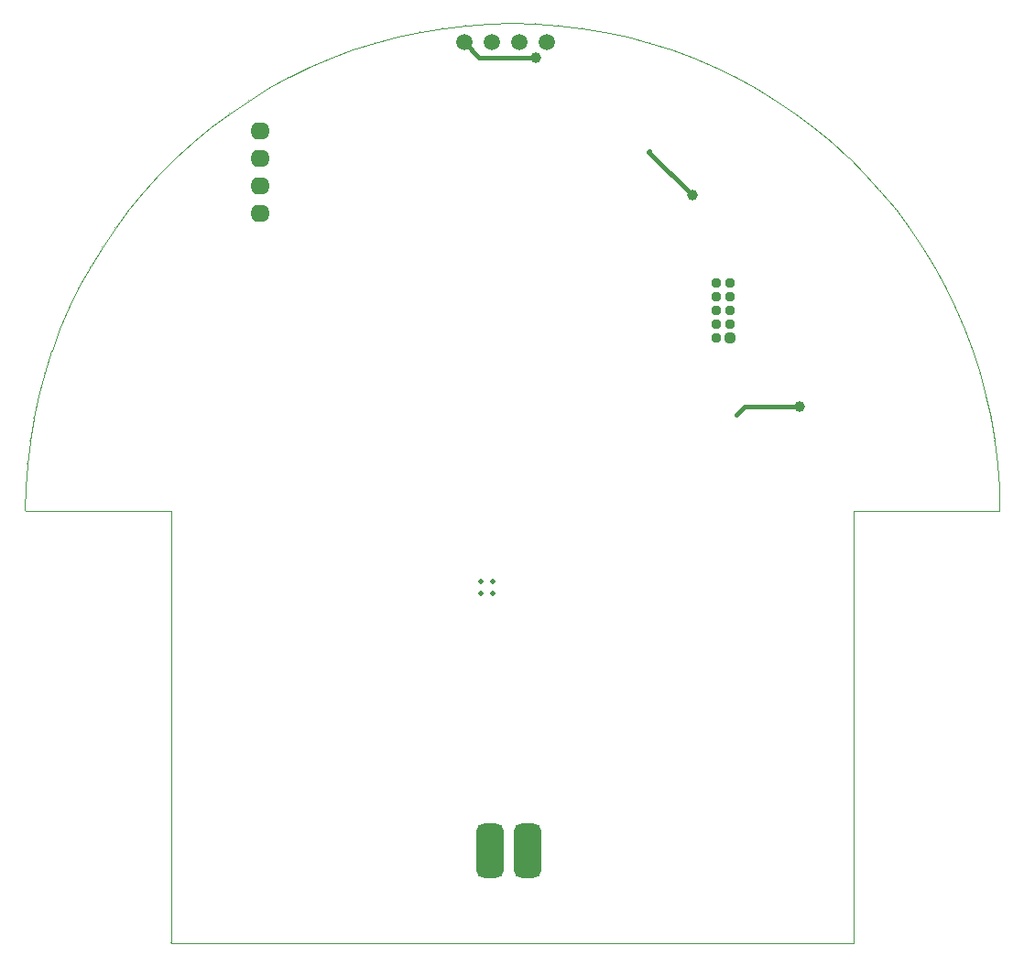
<source format=gbl>
%FSLAX25Y25*%
%MOIN*%
G70*
G01*
G75*
G04 Layer_Physical_Order=2*
G04 Layer_Color=16711680*
%ADD10R,0.03189X0.06299*%
%ADD11R,0.08268X0.11811*%
G04:AMPARAMS|DCode=12|XSize=98.43mil|YSize=196.85mil|CornerRadius=24.61mil|HoleSize=0mil|Usage=FLASHONLY|Rotation=180.000|XOffset=0mil|YOffset=0mil|HoleType=Round|Shape=RoundedRectangle|*
%AMROUNDEDRECTD12*
21,1,0.09843,0.14764,0,0,180.0*
21,1,0.04921,0.19685,0,0,180.0*
1,1,0.04921,-0.02461,0.07382*
1,1,0.04921,0.02461,0.07382*
1,1,0.04921,0.02461,-0.07382*
1,1,0.04921,-0.02461,-0.07382*
%
%ADD12ROUNDEDRECTD12*%
%ADD13C,0.05906*%
%ADD14R,0.07087X0.07087*%
%ADD15O,0.00984X0.03543*%
%ADD16O,0.03543X0.00984*%
G04:AMPARAMS|DCode=17|XSize=11.81mil|YSize=47.24mil|CornerRadius=2.95mil|HoleSize=0mil|Usage=FLASHONLY|Rotation=180.000|XOffset=0mil|YOffset=0mil|HoleType=Round|Shape=RoundedRectangle|*
%AMROUNDEDRECTD17*
21,1,0.01181,0.04134,0,0,180.0*
21,1,0.00591,0.04724,0,0,180.0*
1,1,0.00591,-0.00295,0.02067*
1,1,0.00591,0.00295,0.02067*
1,1,0.00591,0.00295,-0.02067*
1,1,0.00591,-0.00295,-0.02067*
%
%ADD17ROUNDEDRECTD17*%
G04:AMPARAMS|DCode=18|XSize=11.81mil|YSize=47.24mil|CornerRadius=2.95mil|HoleSize=0mil|Usage=FLASHONLY|Rotation=90.000|XOffset=0mil|YOffset=0mil|HoleType=Round|Shape=RoundedRectangle|*
%AMROUNDEDRECTD18*
21,1,0.01181,0.04134,0,0,90.0*
21,1,0.00591,0.04724,0,0,90.0*
1,1,0.00591,0.02067,0.00295*
1,1,0.00591,0.02067,-0.00295*
1,1,0.00591,-0.02067,-0.00295*
1,1,0.00591,-0.02067,0.00295*
%
%ADD18ROUNDEDRECTD18*%
G04:AMPARAMS|DCode=19|XSize=41.34mil|YSize=47.24mil|CornerRadius=10.34mil|HoleSize=0mil|Usage=FLASHONLY|Rotation=180.000|XOffset=0mil|YOffset=0mil|HoleType=Round|Shape=RoundedRectangle|*
%AMROUNDEDRECTD19*
21,1,0.04134,0.02658,0,0,180.0*
21,1,0.02067,0.04724,0,0,180.0*
1,1,0.02067,-0.01034,0.01329*
1,1,0.02067,0.01034,0.01329*
1,1,0.02067,0.01034,-0.01329*
1,1,0.02067,-0.01034,-0.01329*
%
%ADD19ROUNDEDRECTD19*%
G04:AMPARAMS|DCode=20|XSize=41.34mil|YSize=47.24mil|CornerRadius=10.34mil|HoleSize=0mil|Usage=FLASHONLY|Rotation=270.000|XOffset=0mil|YOffset=0mil|HoleType=Round|Shape=RoundedRectangle|*
%AMROUNDEDRECTD20*
21,1,0.04134,0.02658,0,0,270.0*
21,1,0.02067,0.04724,0,0,270.0*
1,1,0.02067,-0.01329,-0.01034*
1,1,0.02067,-0.01329,0.01034*
1,1,0.02067,0.01329,0.01034*
1,1,0.02067,0.01329,-0.01034*
%
%ADD20ROUNDEDRECTD20*%
G04:AMPARAMS|DCode=21|XSize=21.65mil|YSize=39.37mil|CornerRadius=5.41mil|HoleSize=0mil|Usage=FLASHONLY|Rotation=270.000|XOffset=0mil|YOffset=0mil|HoleType=Round|Shape=RoundedRectangle|*
%AMROUNDEDRECTD21*
21,1,0.02165,0.02854,0,0,270.0*
21,1,0.01083,0.03937,0,0,270.0*
1,1,0.01083,-0.01427,-0.00541*
1,1,0.01083,-0.01427,0.00541*
1,1,0.01083,0.01427,0.00541*
1,1,0.01083,0.01427,-0.00541*
%
%ADD21ROUNDEDRECTD21*%
%ADD22C,0.01575*%
%ADD23C,0.00787*%
%ADD24C,0.00394*%
%ADD25C,0.00394*%
%ADD26O,0.07087X0.06299*%
G04:AMPARAMS|DCode=27|XSize=37.4mil|YSize=37.4mil|CornerRadius=9.35mil|HoleSize=0mil|Usage=FLASHONLY|Rotation=90.000|XOffset=0mil|YOffset=0mil|HoleType=Round|Shape=RoundedRectangle|*
%AMROUNDEDRECTD27*
21,1,0.03740,0.01870,0,0,90.0*
21,1,0.01870,0.03740,0,0,90.0*
1,1,0.01870,0.00935,0.00935*
1,1,0.01870,0.00935,-0.00935*
1,1,0.01870,-0.00935,-0.00935*
1,1,0.01870,-0.00935,0.00935*
%
%ADD27ROUNDEDRECTD27*%
%ADD28C,0.03740*%
%ADD29C,0.01969*%
%ADD30C,0.03937*%
D12*
X5709Y33661D02*
D03*
X-8071D02*
D03*
D13*
X-6181D02*
D03*
X3819D02*
D03*
X-17461Y327854D02*
D03*
X-7461D02*
D03*
X2539D02*
D03*
X12539D02*
D03*
D22*
X81595Y192224D02*
X84646Y195276D01*
X104429D01*
X49705Y287894D02*
X65453Y272146D01*
X49705Y287894D02*
X50000Y288189D01*
X-17461Y327854D02*
X-11949Y322342D01*
X8465D01*
D24*
X95893Y306684D02*
G03*
X95885Y306690I-110J-163D01*
G01*
X95894Y306684D02*
G03*
X95885Y306690I-111J-162D01*
G01*
X88685Y311078D02*
G03*
X88677Y311083I-103J-168D01*
G01*
X102884Y301953D02*
G03*
X102876Y301958I-118J-158D01*
G01*
X102884Y301953D02*
G03*
X102875Y301959I-118J-158D01*
G01*
X81269Y315128D02*
G03*
X81267Y315129I-87J-177D01*
G01*
X81276Y315124D02*
G03*
X81269Y315128I-94J-173D01*
G01*
X81276Y315124D02*
G03*
X81268Y315128I-94J-173D01*
G01*
X73682Y318813D02*
G03*
X73675Y318817I-85J-178D01*
G01*
X73684Y318812D02*
G03*
X73682Y318813I-87J-177D01*
G01*
X73683Y318813D02*
G03*
X73675Y318817I-86J-177D01*
G01*
X88685Y311078D02*
G03*
X88677Y311083I-103J-168D01*
G01*
X122397Y285840D02*
G03*
X122390Y285847I-139J-139D01*
G01*
X128366Y279872D02*
G03*
X128360Y279878I-145J-133D01*
G01*
X128367Y279870D02*
G03*
X128366Y279872I-146J-132D01*
G01*
X122391Y285846D02*
G03*
X122390Y285847I-133J-145D01*
G01*
X122397Y285840D02*
G03*
X122391Y285846I-139J-139D01*
G01*
X134045Y273624D02*
G03*
X134038Y273631I-152J-125D01*
G01*
X128366Y279871D02*
G03*
X128360Y279878I-146J-132D01*
G01*
X109642Y296894D02*
G03*
X109634Y296899I-125J-152D01*
G01*
X109642Y296894D02*
G03*
X109634Y296899I-125J-152D01*
G01*
X116150Y291519D02*
G03*
X116144Y291525I-132J-146D01*
G01*
X116152Y291518D02*
G03*
X116150Y291519I-133J-145D01*
G01*
X116151Y291519D02*
G03*
X116144Y291525I-132J-146D01*
G01*
X25247Y333036D02*
G03*
X25236Y333038I-34J-194D01*
G01*
X25246Y333037D02*
G03*
X25236Y333038I-33J-194D01*
G01*
X16864Y334039D02*
G03*
X16855Y334040I-23J-196D01*
G01*
X33570Y331637D02*
G03*
X33561Y331638I-42J-192D01*
G01*
X33571Y331637D02*
G03*
X33570Y331637I-42J-192D01*
G01*
X33571Y331637D02*
G03*
X33560Y331639I-42J-192D01*
G01*
X8444Y334641D02*
G03*
X8433Y334642I-14J-196D01*
G01*
X8444Y334641D02*
G03*
X8434Y334642I-14J-196D01*
G01*
X6Y334842D02*
G03*
X-5Y334843I-6J-197D01*
G01*
X16864Y334039D02*
G03*
X16855Y334040I-23J-196D01*
G01*
X58013Y325086D02*
G03*
X58005Y325089I-68J-185D01*
G01*
X58015Y325086D02*
G03*
X58013Y325086I-69J-184D01*
G01*
X65923Y322136D02*
G03*
X65914Y322140I-78J-181D01*
G01*
X58014Y325086D02*
G03*
X58005Y325089I-69J-184D01*
G01*
X65915Y322139D02*
G03*
X65914Y322140I-69J-184D01*
G01*
X65923Y322136D02*
G03*
X65915Y322139I-78J-181D01*
G01*
X41819Y329842D02*
G03*
X41810Y329844I-51J-190D01*
G01*
X41820Y329842D02*
G03*
X41819Y329842I-51J-190D01*
G01*
X41819Y329842D02*
G03*
X41810Y329844I-51J-190D01*
G01*
X49973Y327657D02*
G03*
X49964Y327660I-60J-188D01*
G01*
X49964Y327659D02*
G03*
X49964Y327660I-51J-190D01*
G01*
X49973Y327657D02*
G03*
X49964Y327659I-60J-188D01*
G01*
X172364Y199291D02*
G03*
X172362Y199300I-192J-42D01*
G01*
X172364Y199290D02*
G03*
X172364Y199291I-192J-42D01*
G01*
X170179Y207445D02*
G03*
X170176Y207454I-190J-51D01*
G01*
X170179Y207444D02*
G03*
X170179Y207445I-190J-51D01*
G01*
X172362Y199299D02*
G03*
X172362Y199300I-190J-51D01*
G01*
X172364Y199291D02*
G03*
X172362Y199299I-192J-42D01*
G01*
X174158Y191041D02*
G03*
X174156Y191051I-194J-32D01*
G01*
X174158Y191042D02*
G03*
X174156Y191051I-194J-33D01*
G01*
X167609Y215485D02*
G03*
X167606Y215494I-188J-60D01*
G01*
X167606Y215494D02*
G03*
X167606Y215495I-185J-68D01*
G01*
X167609Y215485D02*
G03*
X167606Y215494I-188J-60D01*
G01*
X164659Y223395D02*
G03*
X164656Y223404I-184J-69D01*
G01*
X164659Y223394D02*
G03*
X164659Y223395I-185J-68D01*
G01*
X170179Y207445D02*
G03*
X170176Y207454I-190J-51D01*
G01*
X177162Y165914D02*
G03*
X177161Y165924I-197J-3D01*
G01*
X177162Y165910D02*
G03*
X177162Y165914I-197J0D01*
G01*
X176560Y174335D02*
G03*
X176559Y174344I-196J-14D01*
G01*
X177162Y165915D02*
G03*
X177161Y165924I-197J-5D01*
G01*
X177362Y157480D02*
G03*
X177362Y157485I-197J0D01*
G01*
X177362Y157480D02*
G03*
X177362Y157486I-197J0D01*
G01*
X177165Y157283D02*
G03*
X177362Y157480I0J197D01*
G01*
X177165Y157283D02*
G03*
X177362Y157480I0J197D01*
G01*
X175558Y182717D02*
G03*
X175556Y182726I-196J-23D01*
G01*
X176560Y174335D02*
G03*
X176559Y174344I-196J-14D01*
G01*
X175558Y182717D02*
G03*
X175556Y182727I-196J-23D01*
G01*
X149209Y253366D02*
G03*
X149203Y253375I-168J-103D01*
G01*
X149209Y253366D02*
G03*
X149204Y253374I-168J-103D01*
G01*
X144478Y260356D02*
G03*
X144472Y260364I-164J-109D01*
G01*
X153603Y246157D02*
G03*
X153598Y246165I-173J-94D01*
G01*
X153603Y246157D02*
G03*
X153598Y246165I-173J-94D01*
G01*
X139419Y267115D02*
G03*
X139413Y267122I-158J-118D01*
G01*
X139419Y267115D02*
G03*
X139413Y267122I-158J-118D01*
G01*
X134039Y273631D02*
G03*
X134038Y273632I-146J-132D01*
G01*
X134045Y273624D02*
G03*
X134039Y273631I-152J-125D01*
G01*
X144478Y260357D02*
G03*
X144472Y260364I-163J-110D01*
G01*
X161333Y231163D02*
G03*
X161332Y231164I-178J-85D01*
G01*
X161336Y231155D02*
G03*
X161333Y231163I-181J-78D01*
G01*
X161336Y231155D02*
G03*
X161332Y231164I-181J-78D01*
G01*
X157648Y238749D02*
G03*
X157644Y238757I-177J-87D01*
G01*
X157648Y238747D02*
G03*
X157648Y238749I-178J-85D01*
G01*
X164659Y223395D02*
G03*
X164656Y223404I-184J-69D01*
G01*
X157648Y238748D02*
G03*
X157644Y238757I-177J-86D01*
G01*
X124016Y-197D02*
G03*
X124213Y0I0J197D01*
G01*
X124016Y-197D02*
G03*
X124213Y0I0J197D01*
G01*
X5Y334843D02*
G03*
X-6Y334842I-5J-197D01*
G01*
X-8433Y334642D02*
G03*
X-8444Y334641I3J-197D01*
G01*
X-8435Y334642D02*
G03*
X-8444Y334641I5J-197D01*
G01*
X-16855Y334040D02*
G03*
X-16864Y334039I14J-196D01*
G01*
X-16855Y334040D02*
G03*
X-16864Y334039I14J-196D01*
G01*
X-25237Y333038D02*
G03*
X-25246Y333037I23J-196D01*
G01*
X-25237Y333038D02*
G03*
X-25247Y333036I23J-196D01*
G01*
X-33560Y331639D02*
G03*
X-33571Y331637I32J-194D01*
G01*
X-33562Y331638D02*
G03*
X-33571Y331637I33J-194D01*
G01*
X-41810Y329844D02*
G03*
X-41819Y329842I42J-192D01*
G01*
X-41819Y329842D02*
G03*
X-41820Y329842I51J-190D01*
G01*
X-41810Y329844D02*
G03*
X-41819Y329842I42J-192D01*
G01*
X-49965Y327659D02*
G03*
X-49973Y327657I51J-190D01*
G01*
X-49964Y327660D02*
G03*
X-49965Y327659I51J-190D01*
G01*
X-49964Y327660D02*
G03*
X-49973Y327657I51J-190D01*
G01*
X-58005Y325089D02*
G03*
X-58014Y325086I60J-188D01*
G01*
X-58013Y325086D02*
G03*
X-58015Y325086I68J-185D01*
G01*
X-58005Y325089D02*
G03*
X-58013Y325086I60J-188D01*
G01*
X-65915Y322139D02*
G03*
X-65923Y322136I69J-184D01*
G01*
X-65914Y322140D02*
G03*
X-65915Y322139I68J-185D01*
G01*
X-65915Y322139D02*
G03*
X-65923Y322136I69J-184D01*
G01*
X-73675Y318817D02*
G03*
X-73683Y318813I78J-181D01*
G01*
X-73682Y318813D02*
G03*
X-73684Y318812I85J-178D01*
G01*
X-73675Y318817D02*
G03*
X-73682Y318813I78J-181D01*
G01*
X-81269Y315128D02*
G03*
X-81276Y315124I87J-177D01*
G01*
X-81267Y315129D02*
G03*
X-81269Y315128I85J-178D01*
G01*
X-81268Y315128D02*
G03*
X-81276Y315124I86J-177D01*
G01*
X-88677Y311083D02*
G03*
X-88685Y311078I94J-173D01*
G01*
X-88677Y311083D02*
G03*
X-88685Y311078I94J-173D01*
G01*
X-95885Y306689D02*
G03*
X-95893Y306684I103J-168D01*
G01*
X-95885Y306689D02*
G03*
X-95894Y306684I103J-168D01*
G01*
X-102875Y301959D02*
G03*
X-102884Y301953I109J-164D01*
G01*
X-102876Y301958D02*
G03*
X-102884Y301953I110J-163D01*
G01*
X-109634Y296899D02*
G03*
X-109642Y296894I118J-158D01*
G01*
X-109634Y296899D02*
G03*
X-109642Y296894I118J-158D01*
G01*
X-116144Y291525D02*
G03*
X-116151Y291519I125J-152D01*
G01*
X-116150Y291519D02*
G03*
X-116152Y291518I132J-146D01*
G01*
X-116144Y291525D02*
G03*
X-116150Y291519I125J-152D01*
G01*
X-122391Y285846D02*
G03*
X-122397Y285840I133J-145D01*
G01*
X-122390Y285847D02*
G03*
X-122391Y285846I132J-146D01*
G01*
X-122391Y285847D02*
G03*
X-122397Y285840I132J-146D01*
G01*
X-128360Y279878D02*
G03*
X-128366Y279871I139J-139D01*
G01*
X-128366Y279872D02*
G03*
X-128367Y279870I145J-133D01*
G01*
X-128360Y279878D02*
G03*
X-128366Y279872I139J-139D01*
G01*
X-134039Y273631D02*
G03*
X-134045Y273624I146J-132D01*
G01*
X-134038Y273632D02*
G03*
X-134039Y273631I145J-133D01*
G01*
X-134038Y273631D02*
G03*
X-134045Y273624I146J-132D01*
G01*
X-139413Y267122D02*
G03*
X-139419Y267115I152J-125D01*
G01*
X-139413Y267122D02*
G03*
X-139419Y267115I152J-125D01*
G01*
X-144472Y260364D02*
G03*
X-144478Y260357I158J-118D01*
G01*
X-144472Y260364D02*
G03*
X-144478Y260356I158J-118D01*
G01*
X-149203Y253375D02*
G03*
X-149209Y253366I162J-111D01*
G01*
X-149204Y253374D02*
G03*
X-149209Y253366I163J-110D01*
G01*
X-153598Y246165D02*
G03*
X-153603Y246157I168J-103D01*
G01*
X-153598Y246165D02*
G03*
X-153603Y246157I168J-103D01*
G01*
X-124213Y-0D02*
G03*
X-124016Y-197I197J0D01*
G01*
X-124213Y-0D02*
G03*
X-124016Y-197I197J0D01*
G01*
X-157644Y238756D02*
G03*
X-157648Y238748I173J-94D01*
G01*
X-157648Y238749D02*
G03*
X-157649Y238747I177J-87D01*
G01*
X-157644Y238756D02*
G03*
X-157648Y238749I173J-94D01*
G01*
X-161333Y231163D02*
G03*
X-161336Y231155I178J-85D01*
G01*
X-161332Y231164D02*
G03*
X-161333Y231163I177J-87D01*
G01*
X-161332Y231164D02*
G03*
X-161336Y231155I177J-86D01*
G01*
X-164656Y223404D02*
G03*
X-164659Y223395I181J-78D01*
G01*
X-164659Y223395D02*
G03*
X-164659Y223394I184J-69D01*
G01*
X-164656Y223404D02*
G03*
X-164659Y223395I181J-78D01*
G01*
X-167606Y215494D02*
G03*
X-167609Y215485I185J-68D01*
G01*
X-167606Y215495D02*
G03*
X-167606Y215494I184J-69D01*
G01*
X-167606Y215494D02*
G03*
X-167609Y215485I184J-69D01*
G01*
X-170177Y207453D02*
G03*
X-170179Y207445I188J-60D01*
G01*
X-170179Y207445D02*
G03*
X-170179Y207444I190J-51D01*
G01*
X-170177Y207453D02*
G03*
X-170179Y207445I188J-60D01*
G01*
X-172362Y199299D02*
G03*
X-172364Y199291I190J-51D01*
G01*
X-172362Y199300D02*
G03*
X-172362Y199299I190J-51D01*
G01*
X-172364Y199291D02*
G03*
X-172364Y199290I192J-42D01*
G01*
X-172362Y199300D02*
G03*
X-172364Y199291I190J-51D01*
G01*
X-174156Y191051D02*
G03*
X-174158Y191042I192J-42D01*
G01*
X-174156Y191051D02*
G03*
X-174158Y191041I192J-42D01*
G01*
X-175556Y182727D02*
G03*
X-175558Y182717I194J-34D01*
G01*
X-175556Y182726D02*
G03*
X-175558Y182717I194J-33D01*
G01*
X-176559Y174344D02*
G03*
X-176560Y174335I196J-23D01*
G01*
X-176559Y174344D02*
G03*
X-176560Y174335I196J-23D01*
G01*
X-177161Y165924D02*
G03*
X-177162Y165915I196J-14D01*
G01*
X-177161Y165924D02*
G03*
X-177162Y165914I196J-14D01*
G01*
X-177362Y157485D02*
G03*
X-177165Y157283I197J-5D01*
G01*
X-177362Y157486D02*
G03*
X-177165Y157283I197J-6D01*
G01*
X88685Y311078D02*
X95885Y306690D01*
X102884Y301953D02*
X109634Y296899D01*
X102875Y301959D02*
X102876Y301958D01*
X95894Y306684D02*
X102875Y301959D01*
X95893Y306684D02*
X95894Y306684D01*
X81268Y315128D02*
X81269Y315128D01*
X81267Y315129D02*
X81268Y315128D01*
X73684Y318812D02*
X81267Y315129D01*
X73683Y318813D02*
X73684Y318812D01*
X73682Y318813D02*
X73683Y318813D01*
X81276Y315124D02*
X88677Y311083D01*
X122397Y285840D02*
X128360Y279878D01*
X122390Y285847D02*
X122391Y285846D01*
X122390Y285847D02*
X122390Y285847D01*
X116152Y291518D02*
X122390Y285847D01*
X116151Y291519D02*
X116152Y291518D01*
X116150Y291519D02*
X116151Y291519D01*
X128366Y279872D02*
X128366Y279871D01*
X128367Y279870D01*
X134038Y273632D01*
X134038Y273631D01*
X134039Y273631D01*
X109642Y296894D02*
X116144Y291525D01*
X16864Y334039D02*
X25236Y333038D01*
X41810Y329844D02*
X41810Y329844D01*
X41810Y329844D02*
X41810Y329844D01*
X33571Y331637D02*
X41810Y329844D01*
X33571Y331637D02*
X33571Y331637D01*
X33570Y331637D02*
X33571Y331637D01*
X33560Y331639D02*
X33561Y331638D01*
X25247Y333036D02*
X33560Y331639D01*
X25246Y333037D02*
X25247Y333036D01*
X8433Y334642D02*
X8434Y334642D01*
X6Y334842D02*
X8433Y334642D01*
X5Y334843D02*
X6Y334842D01*
X8444Y334641D02*
X16855Y334040D01*
X65914Y322140D02*
X65915Y322139D01*
X65914Y322140D02*
X65914Y322140D01*
X58015Y325086D02*
X65914Y322140D01*
X58014Y325086D02*
X58015Y325086D01*
X58013Y325086D02*
X58014Y325086D01*
X49973Y327657D02*
X58005Y325089D01*
X65923Y322136D02*
X73675Y318817D01*
X49964Y327660D02*
X49964Y327659D01*
X49964Y327660D02*
X49964Y327660D01*
X41820Y329842D02*
X49964Y327660D01*
X41819Y329842D02*
X41820Y329842D01*
X41819Y329842D02*
X41819Y329842D01*
X172364Y199291D02*
X172364Y199291D01*
X172364Y199290D01*
X174156Y191051D01*
X174156Y191051D01*
X174156Y191051D01*
X170179Y207445D02*
X170179Y207445D01*
X170179Y207444D01*
X172362Y199300D01*
X172362Y199300D01*
X172362Y199299D01*
X174158Y191042D02*
X174158Y191041D01*
X175556Y182727D01*
X175556Y182726D01*
X164659Y223395D02*
X164659Y223395D01*
X164659Y223394D01*
X167606Y215495D01*
X167606Y215494D01*
X167606Y215494D01*
X167609Y215485D02*
X170176Y207454D01*
X177162Y165915D02*
X177162Y165914D01*
X177362Y157486D01*
X177362Y157485D01*
X176560Y174335D02*
X177161Y165924D01*
X175558Y182717D02*
X176559Y174344D01*
X124213Y157283D02*
X177165Y157283D01*
X144478Y260357D02*
X144478Y260356D01*
X149203Y253375D01*
X149204Y253374D01*
X149209Y253366D02*
X153598Y246165D01*
X134045Y273624D02*
X139413Y267122D01*
X139419Y267115D02*
X144472Y260364D01*
X157648Y238749D02*
X157648Y238748D01*
X157648Y238747D01*
X161332Y231164D01*
X161332Y231164D01*
X161333Y231163D01*
X161336Y231155D02*
X164656Y223404D01*
X153603Y246157D02*
X157644Y238757D01*
X124213Y0D02*
Y157283D01*
X-6Y334842D02*
X-5Y334843D01*
X-8433Y334642D02*
X-6Y334842D01*
X-8435Y334642D02*
X-8433Y334642D01*
X-16855Y334040D02*
X-8444Y334641D01*
X-25237Y333038D02*
X-16864Y334039D01*
X-25247Y333036D02*
X-25246Y333037D01*
X-33560Y331639D02*
X-25247Y333036D01*
X-33562Y331638D02*
X-33560Y331639D01*
X-41810Y329844D02*
X-33571Y331637D01*
X-41819Y329842D02*
X-41819Y329842D01*
X-41820Y329842D02*
X-41819Y329842D01*
X-49964Y327660D02*
X-41820Y329842D01*
X-49964Y327660D02*
X-49964Y327660D01*
X-49965Y327659D02*
X-49964Y327660D01*
X-58005Y325089D02*
X-49973Y327657D01*
X-58014Y325086D02*
X-58013Y325086D01*
X-58015Y325086D02*
X-58014Y325086D01*
X-65914Y322140D02*
X-58015Y325086D01*
X-65915Y322139D02*
X-65914Y322140D01*
X-65915Y322139D02*
X-65915Y322139D01*
X-73675Y318817D02*
X-65923Y322136D01*
X-73683Y318813D02*
X-73682Y318813D01*
X-73684Y318812D02*
X-73683Y318813D01*
X-81267Y315129D02*
X-73684Y318812D01*
X-81268Y315128D02*
X-81267Y315129D01*
X-81269Y315128D02*
X-81268Y315128D01*
X-88677Y311083D02*
X-81276Y315124D01*
X-95885Y306689D02*
X-88685Y311078D01*
X-95894Y306684D02*
X-95893Y306684D01*
X-102875Y301959D02*
X-95894Y306684D01*
X-102876Y301958D02*
X-102875Y301959D01*
X-109634Y296899D02*
X-102884Y301953D01*
X-116144Y291525D02*
X-109642Y296894D01*
X-116151Y291519D02*
X-116150Y291519D01*
X-116152Y291518D02*
X-116151Y291519D01*
X-122390Y285847D02*
X-116152Y291518D01*
X-122391Y285847D02*
X-122390Y285847D01*
X-122391Y285846D02*
X-122391Y285847D01*
X-128360Y279878D02*
X-122397Y285840D01*
X-128366Y279871D02*
X-128366Y279872D01*
X-128367Y279870D02*
X-128366Y279871D01*
X-134038Y273632D02*
X-128367Y279870D01*
X-134038Y273631D02*
X-134038Y273632D01*
X-134039Y273631D02*
X-134038Y273631D01*
X-139413Y267122D02*
X-134045Y273624D01*
X-144472Y260364D02*
X-139419Y267115D01*
X-144478Y260356D02*
X-144478Y260357D01*
X-149203Y253375D02*
X-144478Y260356D01*
X-149204Y253374D02*
X-149203Y253375D01*
X-153598Y246165D02*
X-149209Y253366D01*
X-124016Y-197D02*
X124016Y-197D01*
X-124213Y-0D02*
Y157283D01*
X-157644Y238756D02*
X-153603Y246157D01*
X-157648Y238748D02*
X-157648Y238749D01*
X-157649Y238747D02*
X-157648Y238748D01*
X-161332Y231164D02*
X-157649Y238747D01*
X-161332Y231164D02*
X-161332Y231164D01*
X-161333Y231163D02*
X-161332Y231164D01*
X-177165Y157283D02*
X-124213Y157283D01*
X-164656Y223404D02*
X-161336Y231155D01*
X-164659Y223395D02*
X-164659Y223395D01*
X-164659Y223394D02*
X-164659Y223395D01*
X-167606Y215495D02*
X-164659Y223394D01*
X-167606Y215494D02*
X-167606Y215495D01*
X-167606Y215494D02*
X-167606Y215494D01*
X-170177Y207453D02*
X-167609Y215485D01*
X-170179Y207445D02*
X-170179Y207445D01*
X-170179Y207444D02*
X-170179Y207445D01*
X-172362Y199300D02*
X-170179Y207444D01*
X-172362Y199300D02*
X-172362Y199300D01*
X-172362Y199299D02*
X-172362Y199300D01*
X-172364Y199291D02*
X-172364Y199291D01*
X-172364Y199290D02*
X-172364Y199291D01*
X-174156Y191051D02*
X-172364Y199290D01*
X-174156Y191051D02*
X-174156Y191051D01*
X-174156Y191051D02*
X-174156Y191051D01*
X-174158Y191041D02*
X-174158Y191042D01*
X-175556Y182727D02*
X-174158Y191041D01*
X-175556Y182726D02*
X-175556Y182727D01*
X-176559Y174344D02*
X-175558Y182717D01*
X-177161Y165924D02*
X-176560Y174335D01*
X-177162Y165914D02*
X-177162Y165915D01*
X-177362Y157486D02*
X-177162Y165914D01*
X-177362Y157485D02*
X-177362Y157486D01*
D25*
X41810Y329844D02*
D03*
X174156Y191051D02*
D03*
X-174156Y191051D02*
D03*
D26*
X-91831Y295709D02*
D03*
Y285709D02*
D03*
Y265709D02*
D03*
Y275709D02*
D03*
D27*
X79173Y220315D02*
D03*
D28*
X74173D02*
D03*
X79173Y225315D02*
D03*
Y230315D02*
D03*
X74173Y225315D02*
D03*
Y230315D02*
D03*
X79173Y235315D02*
D03*
Y240315D02*
D03*
X74173Y235315D02*
D03*
Y240315D02*
D03*
D29*
X-7087Y127067D02*
D03*
X-11417D02*
D03*
X-7087Y131398D02*
D03*
X-11417D02*
D03*
D30*
X104429Y195276D02*
D03*
X65453Y272146D02*
D03*
X8465Y322342D02*
D03*
M02*

</source>
